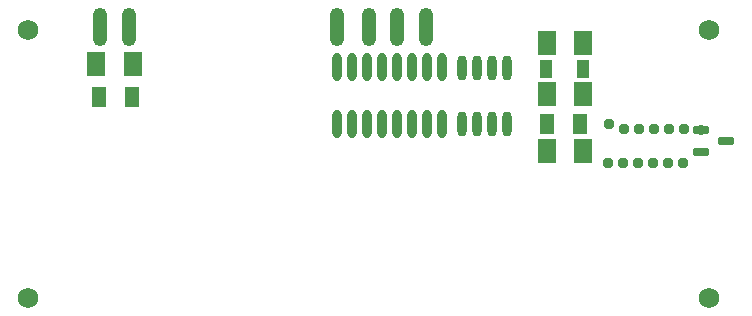
<source format=gts>
G04*
G04 #@! TF.GenerationSoftware,Altium Limited,Altium Designer,20.1.14 (287)*
G04*
G04 Layer_Color=8388736*
%FSLAX25Y25*%
%MOIN*%
G70*
G04*
G04 #@! TF.SameCoordinates,41C541CE-8B16-402B-B8EC-46EACFEFE534*
G04*
G04*
G04 #@! TF.FilePolarity,Negative*
G04*
G01*
G75*
G04:AMPARAMS|DCode=18|XSize=51.18mil|YSize=23.62mil|CornerRadius=2.01mil|HoleSize=0mil|Usage=FLASHONLY|Rotation=0.000|XOffset=0mil|YOffset=0mil|HoleType=Round|Shape=RoundedRectangle|*
%AMROUNDEDRECTD18*
21,1,0.05118,0.01961,0,0,0.0*
21,1,0.04717,0.02362,0,0,0.0*
1,1,0.00402,0.02358,-0.00980*
1,1,0.00402,-0.02358,-0.00980*
1,1,0.00402,-0.02358,0.00980*
1,1,0.00402,0.02358,0.00980*
%
%ADD18ROUNDEDRECTD18*%
%ADD20R,0.05140X0.06922*%
%ADD22R,0.03937X0.05906*%
%ADD24O,0.04800X0.12800*%
%ADD25O,0.03162X0.09461*%
%ADD26O,0.03162X0.08280*%
%ADD27R,0.05918X0.07887*%
%ADD28R,0.06115X0.08280*%
%ADD29C,0.06800*%
%ADD30C,0.03700*%
%ADD31C,0.03600*%
D18*
X446634Y249000D02*
D03*
X438366Y245260D02*
D03*
Y252740D02*
D03*
D20*
X387081Y254500D02*
D03*
X397919D02*
D03*
X237663Y263500D02*
D03*
X248500D02*
D03*
D22*
X399098Y273000D02*
D03*
X386500D02*
D03*
D24*
X247750Y287000D02*
D03*
X238000D02*
D03*
X317000D02*
D03*
X346500D02*
D03*
X337000D02*
D03*
X327500D02*
D03*
D25*
X317000Y254551D02*
D03*
X322000D02*
D03*
X327000D02*
D03*
X332000D02*
D03*
X337000D02*
D03*
X342000D02*
D03*
X347000D02*
D03*
X352000D02*
D03*
X317000Y273449D02*
D03*
X322000D02*
D03*
X327000D02*
D03*
X332000D02*
D03*
X337000D02*
D03*
X342000D02*
D03*
X347000D02*
D03*
X352000D02*
D03*
D26*
X373500Y273252D02*
D03*
X368500D02*
D03*
X363500D02*
D03*
X358500D02*
D03*
X373500Y254748D02*
D03*
X368500D02*
D03*
X363500D02*
D03*
X358500D02*
D03*
D27*
X387000Y245500D02*
D03*
X398811D02*
D03*
Y264500D02*
D03*
X387000D02*
D03*
X386898Y281500D02*
D03*
X399102D02*
D03*
D28*
X249098Y274500D02*
D03*
X236500D02*
D03*
D29*
X214000Y196500D02*
D03*
Y286000D02*
D03*
X441000Y196500D02*
D03*
Y286000D02*
D03*
D30*
X398811Y264500D02*
D03*
X327000Y273449D02*
D03*
X247750Y287000D02*
D03*
X407419Y241500D02*
D03*
X422419D02*
D03*
X407500Y254500D02*
D03*
X417419Y241500D02*
D03*
X432419D02*
D03*
X417500Y253000D02*
D03*
X432500D02*
D03*
X373500Y254748D02*
D03*
X412419Y241500D02*
D03*
X397919Y254500D02*
D03*
X427419Y241500D02*
D03*
X412500Y253000D02*
D03*
X422500D02*
D03*
X427500D02*
D03*
X248500Y263500D02*
D03*
X249098Y274500D02*
D03*
X399102Y281500D02*
D03*
D31*
X438366Y252740D02*
D03*
X358500Y273252D02*
D03*
X322000Y273449D02*
D03*
X238000Y287000D02*
D03*
M02*

</source>
